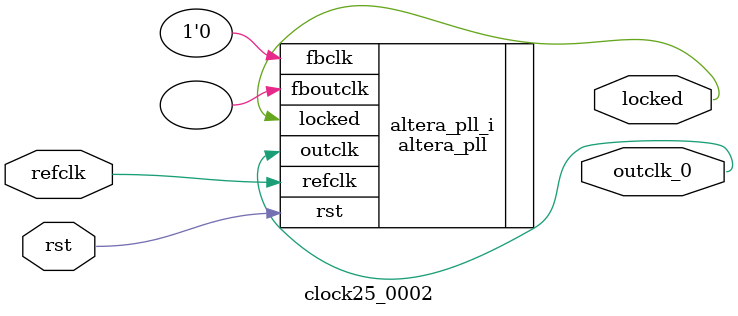
<source format=v>
`timescale 1ns/10ps
module  clock25_0002(

	// interface 'refclk'
	input wire refclk,

	// interface 'reset'
	input wire rst,

	// interface 'outclk0'
	output wire outclk_0,

	// interface 'locked'
	output wire locked
);

	altera_pll #(
		.fractional_vco_multiplier("false"),
		.reference_clock_frequency("50.0 MHz"),
		.operation_mode("direct"),
		.number_of_clocks(1),
		.output_clock_frequency0("25.000000 MHz"),
		.phase_shift0("0 ps"),
		.duty_cycle0(50),
		.output_clock_frequency1("0 MHz"),
		.phase_shift1("0 ps"),
		.duty_cycle1(50),
		.output_clock_frequency2("0 MHz"),
		.phase_shift2("0 ps"),
		.duty_cycle2(50),
		.output_clock_frequency3("0 MHz"),
		.phase_shift3("0 ps"),
		.duty_cycle3(50),
		.output_clock_frequency4("0 MHz"),
		.phase_shift4("0 ps"),
		.duty_cycle4(50),
		.output_clock_frequency5("0 MHz"),
		.phase_shift5("0 ps"),
		.duty_cycle5(50),
		.output_clock_frequency6("0 MHz"),
		.phase_shift6("0 ps"),
		.duty_cycle6(50),
		.output_clock_frequency7("0 MHz"),
		.phase_shift7("0 ps"),
		.duty_cycle7(50),
		.output_clock_frequency8("0 MHz"),
		.phase_shift8("0 ps"),
		.duty_cycle8(50),
		.output_clock_frequency9("0 MHz"),
		.phase_shift9("0 ps"),
		.duty_cycle9(50),
		.output_clock_frequency10("0 MHz"),
		.phase_shift10("0 ps"),
		.duty_cycle10(50),
		.output_clock_frequency11("0 MHz"),
		.phase_shift11("0 ps"),
		.duty_cycle11(50),
		.output_clock_frequency12("0 MHz"),
		.phase_shift12("0 ps"),
		.duty_cycle12(50),
		.output_clock_frequency13("0 MHz"),
		.phase_shift13("0 ps"),
		.duty_cycle13(50),
		.output_clock_frequency14("0 MHz"),
		.phase_shift14("0 ps"),
		.duty_cycle14(50),
		.output_clock_frequency15("0 MHz"),
		.phase_shift15("0 ps"),
		.duty_cycle15(50),
		.output_clock_frequency16("0 MHz"),
		.phase_shift16("0 ps"),
		.duty_cycle16(50),
		.output_clock_frequency17("0 MHz"),
		.phase_shift17("0 ps"),
		.duty_cycle17(50),
		.pll_type("General"),
		.pll_subtype("General")
	) altera_pll_i (
		.rst	(rst),
		.outclk	({outclk_0}),
		.locked	(locked),
		.fboutclk	( ),
		.fbclk	(1'b0),
		.refclk	(refclk)
	);
endmodule


</source>
